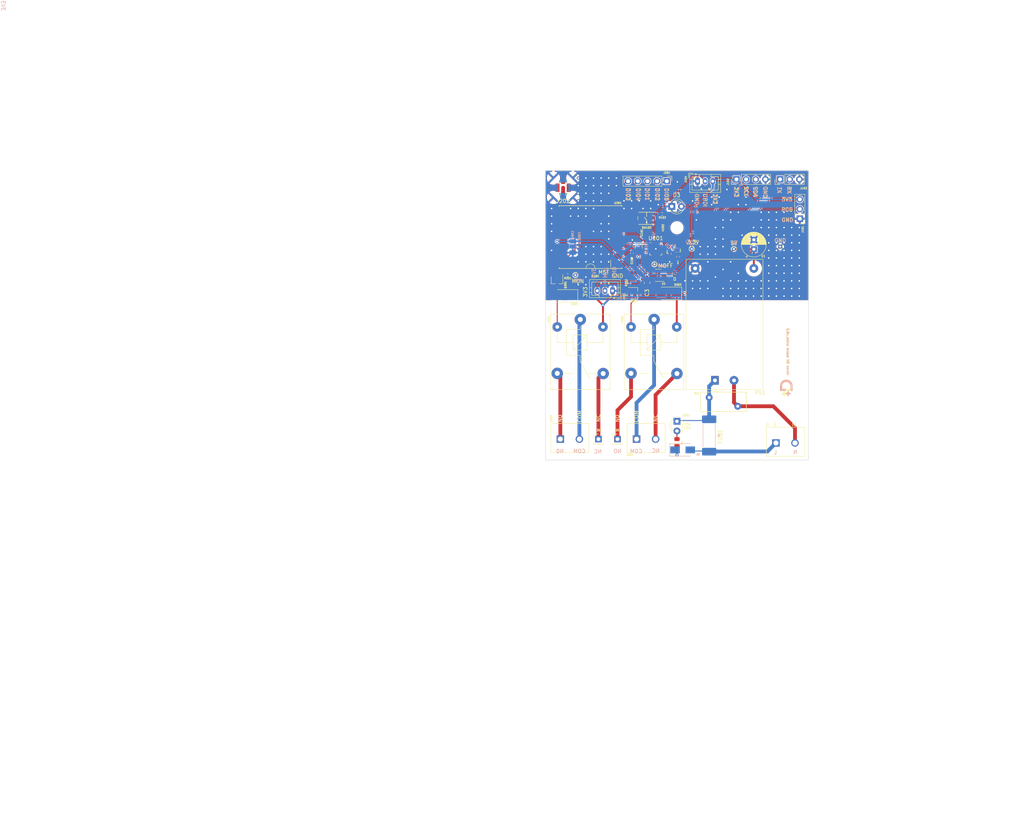
<source format=kicad_pcb>
(kicad_pcb (version 20211014) (generator pcbnew)
  (title_block (title "Varun RX board") (date "2022-08-10") (rev "V0.2") (company "DYULABS PROVATE LIMITED") (comment 1 "SMA connector") (comment 2 "v0.2") (comment 3 "prototype") (comment 4 "Devesh"))
  (layers (0 "F.Cu" signal) (31 "B.Cu" signal) (34 "B.Paste" user) (35 "F.Paste" user) (36 "B.SilkS" user "B.Silkscreen") (37 "F.SilkS" user "F.Silkscreen") (38 "B.Mask" user) (39 "F.Mask" user) (44 "Edge.Cuts" user))
  (net 0 "")
  (net 1 "+5V")
  (net 2 "GND")
  (net 3 "Net-(D101-Pad1)")
  (net 4 "Net-(D101-Pad2)")
  (net 5 "Net-(D101-Pad3)")
  (net 6 "/MCU_ATTINY826/SCL")
  (net 7 "/MCU_ATTINY826/SDA")
  (net 8 "/MCU_ATTINY826/TXD")
  (net 9 "Net-(D1-Pad1)")
  (net 10 "/MCU_ATTINY826/UPDI")
  (net 11 "/lora_nr_127x_c1/DIO5")
  (net 12 "/lora_nr_127x_c1/DIO4")
  (net 13 "/lora_nr_127x_c1/DIO3")
  (net 14 "/lora_nr_127x_c1/DIO2")
  (net 15 "/lora_nr_127x_c1/DIO1")
  (net 16 "/MCU_ATTINY826/M_OFF")
  (net 17 "Net-(D2-Pad1)")
  (net 18 "/MCU_ATTINY826/M_ON")
  (net 19 "Net-(D3-Pad2)")
  (net 20 "+3V3")
  (net 21 "/MCU_ATTINY826/MISO")
  (net 22 "/MCU_ATTINY826/SCK")
  (net 23 "/MCU_ATTINY826/~{SS}")
  (net 24 "/MCU_ATTINY826/LORA_NRESET")
  (net 25 "/MCU_ATTINY826/LORA_DIO0")
  (net 26 "/MCU_ATTINY826/MOSI")
  (net 27 "/lora_nr_127x_c1/ANT")
  (net 28 "/AC to DC 5V/TO_FUSE")
  (net 29 "Net-(J1-Pad2)")
  (net 30 "/MCU_ATTINY826/FR")
  (net 31 "/Relays/STOP_NO")
  (net 32 "/Relays/START_NC")
  (net 33 "/Relays/START_COM")
  (net 34 "Net-(D301-Pad2)")
  (net 35 "/Relays/START_NO")
  (net 36 "/Relays/STOP_COM")
  (net 37 "Net-(D302-Pad2)")
  (net 38 "/Relays/STOP_NC")
  (net 39 "Net-(Q301-Pad1)")
  (net 40 "Net-(Q302-Pad1)")
  (net 42 "/MCU_ATTINY826/M_ST")
  (net 43 "/MCU_ATTINY826/RED")
  (net 44 "Net-(D2-Pad2)")
  (net 45 "/MCU_ATTINY826/GREEN")
  (net 46 "/MCU_ATTINY826/PC0")
  (net 47 "/MCU_ATTINY826/BLUE")
  (footprint "DYULIBS_FOOTPRINT:LED_Cree_RGB_1.00x1.00mm_P0.2mm" (layer "F.Cu") (at 176.2975 64.681145)
    (fp_text reference "D101")
    (fp_text value "LED_BGRA")
  )
  (footprint "Relay_THT:Relay_SPDT_SANYOU_SRD_Series_Form_C" (layer "F.Cu") (at 170.79 82.378645 -90)
    (fp_text reference "K302")
    (fp_text value "AZ943-1CH-5DE" hide)
  )
  (footprint "Resistor_SMD:R_0402_1005Metric" (layer "F.Cu") (at 148.14 70.738645)
    (fp_text reference "R301")
    (fp_text value "2.74K")
  )
  (footprint "Connector_PinHeader_2.54mm:PinHeader_1x01_P2.54mm_Vertical" (layer "F.Cu") (at 161.19 113.791145)
    (fp_text reference "J301")
    (fp_text value "Screw_Terminal_01x01" hide)
  )
  (footprint "DYULIBS_FOOTPRINT:NiceRF-LoRa127X-C1-xxx" (layer "F.Cu") (at 154.11 60.748645 180)
    (fp_text reference "U201")
    (fp_text value "NiceRF-LoRa127x-C1-xxx")
  )
  (footprint "DYULIBS_FOOTPRINT:CUI_TB002-500-02BE" (layer "F.Cu") (at 146.19 113.791145)
    (fp_text reference "J303")
    (fp_text value "Screw_Terminal_01x02" hide)
  )
  (footprint "DYULIBS_LOGO:D_logo" (layer "F.Cu") (at 205.465 100.463645 90)
    (fp_text reference "LOGO1" hide)
    (fp_text value "Dyulabs_logo" hide)
  )
  (footprint "MountingHole:MountingHole_3mm" (layer "F.Cu") (at 176.8 104.288645)
    (fp_text reference "H201")
    (fp_text value "MountingHole" hide)
  )
  (footprint "TestPoint:TestPoint_THTPad_D1.0mm_Drill0.5mm" (layer "F.Cu") (at 180.665 63.85)
    (fp_text reference "TP3")
    (fp_text value "3.3V")
  )
  (footprint "DYULIBS_FOOTPRINT:CUI_TB002-500-02BE" (layer "F.Cu") (at 166.19 113.791145)
    (fp_text reference "J302")
    (fp_text value "Screw_Terminal_01x02" hide)
  )
  (footprint "Package_DFN_QFN:VQFN-20-1EP_3x3mm_P0.4mm_EP1.7x1.7mm" (layer "F.Cu") (at 171.24 63.838645)
    (fp_text reference "U101")
    (fp_text value "ATtiny826-M")
  )
  (footprint "Resistor_SMD:R_0402_1005Metric" (layer "F.Cu") (at 174.89 65.138645 -90)
    (fp_text reference "R105")
    (fp_text value "220")
  )
  (footprint "Resistor_SMD:R_0402_1005Metric" (layer "F.Cu") (at 164.29 72.728645 90)
    (fp_text reference "R302")
    (fp_text value "2.74K")
  )
  (footprint "Diode_SMD:D_SMA" (layer "F.Cu") (at 174.64 75.538645 180)
    (fp_text reference "D302")
    (fp_text value "S1M-HF")
  )
  (footprint "Package_TO_SOT_SMD:TSOT-23" (layer "F.Cu") (at 145.34 72.048645 -90)
    (fp_text reference "Q301")
    (fp_text value "Q_NPN_BEC")
  )
  (footprint "Connector_PinHeader_2.54mm:PinHeader_1x04_P2.54mm_Vertical" (layer "F.Cu") (at 192.39 45.588645 90)
    (fp_text reference "J102")
    (fp_text value "Conn_01x04" hide)
  )
  (footprint "Capacitor_SMD:C_0805_2012Metric" (layer "F.Cu") (at 168.94 72.738645 -90)
    (fp_text reference "C3")
    (fp_text value "1uF, 10V")
  )
  (footprint "TestPoint:TestPoint_THTPad_D1.0mm_Drill0.5mm" (layer "F.Cu") (at 170.88 67.9)
    (fp_text reference "TP302")
    (fp_text value "M_OFF")
  )
  (footprint "Package_SO:TSOP-5_1.65x3.05mm_P0.95mm" (layer "F.Cu") (at 171.89 70.788645 180)
    (fp_text reference "U1")
    (fp_text value "NCP115ASN330T2G")
  )
  (footprint "TestPoint:TestPoint_THTPad_D1.0mm_Drill0.5mm" (layer "F.Cu") (at 191.74 63.891145)
    (fp_text reference "TP1")
    (fp_text value "5V")
  )
  (footprint "TestPoint:TestPoint_THTPad_D1.0mm_Drill0.5mm" (layer "F.Cu") (at 203.89 63.238645)
    (fp_text reference "TP2")
    (fp_text value "GND")
  )
  (footprint "Connector_PinHeader_2.54mm:PinHeader_1x05_P2.54mm_Vertical" (layer "F.Cu") (at 174.125 46.061145 -90)
    (fp_text reference "J201")
    (fp_text value "Conn_01x05")
  )
  (footprint "DYULIBS_FOOTPRINT:RKB2SJM250SMTR_LFS_SWITCH" (layer "F.Cu") (at 168.84 55.818645 180)
    (fp_text reference "SW102")
    (fp_text value "SW_MEC_5E")
  )
  (footprint "Connector_Coaxial:U.FL_Molex_MCRF_73412-0110_Vertical" (layer "F.Cu") (at 146.92 47.788645)
    (fp_text reference "J202")
    (fp_text value "Conn_Coaxial")
  )
  (footprint "Relay_THT:Relay_SPDT_SANYOU_SRD_Series_Form_C" (layer "F.Cu") (at 151.43 82.378645 -90)
    (fp_text reference "K301")
    (fp_text value "AZ943-1CH-5DE" hide)
  )
  (footprint "Converter_ACDC:Converter_ACDC_HiLink_HLK-PMxx" (layer "F.Cu") (at 186.76 98.368645 90)
    (fp_text reference "PS1")
    (fp_text value "HLK-PM01" hide)
  )
  (footprint "Package_TO_SOT_SMD:TSOT-23" (layer "F.Cu") (at 165.54 75.488645)
    (fp_text reference "Q302")
    (fp_text value "Q_NPN_BEC")
  )
  (footprint "LED_THT:LED_D3.0mm" (layer "F.Cu") (at 176.79 109.113645 -90)
    (fp_text reference "D2")
    (fp_text value "AC_LED")
  )
  (footprint "Capacitor_SMD:C_0402_1005Metric" (layer "F.Cu") (at 164.99 64.988645 -90)
    (fp_text reference "C102")
    (fp_text value "0.1uF, 10V")
  )
  (footprint "Capacitor_THT:CP_Radial_D6.3mm_P2.50mm" (layer "F.Cu") (at 196.96 63.941145 90)
    (fp_text reference "C1")
    (fp_text value "220uF")
  )
  (footprint "Diode_SMD:D_SMA" (layer "F.Cu") (at 147.38 76.188645 180)
    (fp_text reference "D301")
    (fp_text value "S1M-HF")
  )
  (footprint "Connector_PinHeader_2.54mm:PinHeader_1x03_P2.54mm_Vertical" (layer "F.Cu") (at 203.84 45.588645 90)
    (fp_text reference "J103")
    (fp_text value "Conn_01x03")
  )
  (footprint "Connector_JST:JST_PH_B3B-PH-K_1x03_P2.00mm_Vertical" (layer "F.Cu") (at 182.19 46.088645)
    (fp_text reference "J104")
    (fp_text value "Conn_01x03")
  )
  (footprint "Capacitor_SMD:C_0805_2012Metric" (layer "F.Cu") (at 174.79 70.788645 -90)
    (fp_text reference "C2")
    (fp_text value "1uF, 10V")
  )
  (footprint "MountingHole:MountingHole_3mm" (layer "F.Cu") (at 176.8 58.288645)
    (fp_text reference "H202")
    (fp_text value "MountingHole" hide)
  )
  (footprint "Resistor_SMD:R_0402_1005Metric" (layer "F.Cu") (at 172.94 54.738645)
    (fp_text reference "R102")
    (fp_text value "10K" hide)
  )
  (footprint "Connector_JST:JST_PH_B3B-PH-K_1x03_P2.00mm_Vertical" (layer "F.Cu") (at 159.89 74.838645 180)
    (fp_text reference "J401")
    (fp_text value "Conn_01x03")
  )
  (footprint "TestPoint:TestPoint_THTPad_D1.0mm_Drill0.5mm" (layer "F.Cu") (at 150.15 70.73)
    (fp_text reference "TP301")
    (fp_text value "M_ON")
  )
  (footprint "Resistor_SMD:R_0402_1005Metric" (layer "F.Cu") (at 177.09 65.888645 90)
    (fp_text reference "R106")
    (fp_text value "220")
  )
  (footprint "Resistor_SMD:R_0805_2012Metric" (layer "F.Cu") (at 176.8 114.698645 -90)
    (fp_text reference "R1")
    (fp_text value "100K")
  )
  (footprint "LED_THT:LED_D3.0mm" (layer "F.Cu") (at 175.43 52.698645)
    (fp_text reference "D3")
    (fp_text value "POWER_LED")
  )
  (footprint "Varistor:RV_Disc_D12mm_W5.1mm_P7.5mm" (layer "F.Cu") (at 185.24 102.863645)
    (fp_text reference "RV1")
    (fp_text value "10D561" hide)
  )
  (footprint "Connector_PinHeader_2.54mm:PinHeader_1x01_P2.54mm_Vertical" (layer "F.Cu") (at 156.19 113.791145)
    (fp_text reference "J304")
    (fp_text value "Screw_Terminal_01x01" hide)
  )
  (footprint "Connector_PinHeader_2.54mm:PinHeader_1x03_P2.54mm_Vertical" (layer "F.Cu") (at 209.04 55.928645 180)
    (fp_text reference "J101")
    (fp_text value "Conn_01x03")
  )
  (footprint "DYULIBS_FOOTPRINT:CUI_TB002-500-02BE" (layer "F.Cu") (at 202.765 114.801145)
    (fp_text reference "J1")
    (fp_text value "Screw_Terminal_01x02" hide)
  )
  (footprint "Capacitor_SMD:C_0402_1005Metric" (layer "F.Cu") (at 157.44 70.938645 180)
    (fp_text reference "C401")
    (fp_text value "0.1uF, 10V")
  )
  (footprint "Capacitor_SMD:C_1206_3216Metric" (layer "F.Cu") (at 166.74 63.038645 90)
    (fp_text reference "C101")
    (fp_text value "10uF, 10V")
  )
  (footprint "DYULIBS_LOGO:D_logo" (layer "B.Cu") (at 205.49 100.438645 90)
    (fp_text reference "LOGO2" hide)
    (fp_text value "Dyulabs_logo" hide)
  )
  (footprint "Diode_SMD:D_SMA" (layer "B.Cu") (at 178.29 116.618645)
    (fp_text reference "D1")
    (fp_text value "AS1M-HF")
  )
  (footprint "Resistor_SMD:R_0402_1005Metric" (layer "B.Cu") (at 180.16 52.708645 180)
    (fp_text reference "R2")
    (fp_text value "220")
  )
  (footprint "Capacitor_SMD:C_0402_1005Metric" (layer "B.Cu") (at 151.19 62.338645 -90)
    (fp_text reference "C202")
    (fp_text value "0.1uF, 10V")
  )
  (footprint "Fuse:Fuse_Schurter_UMT250" (layer "B.Cu") (at 185.24 112.838645 90)
    (fp_text reference "F1")
    (fp_text value "Fuse_0.5A ")
  )
  (footprint "Capacitor_SMD:C_1206_3216Metric" (layer "B.Cu") (at 149.44 63.338645 -90)
    (fp_text reference "C201")
    (fp_text value "10uF, 10V")
  )
  (footprint "Resistor_SMD:R_0402_1005Metric" (layer "B.Cu") (at 175.15 63.24)
    (fp_text reference "R104")
    (fp_text value "220")
  )
  (gr_line (start 211.3 119.288645) (end 142.3 119.288645) (layer "Edge.Cuts") (width 0.1))
  (gr_line (start 211.3 119.288645) (end 211.3 43.288645) (layer "Edge.Cuts") (width 0.1))
  (gr_line (start 142.3 43.288645) (end 211.3 43.288645) (layer "Edge.Cuts") (width 0.1))
  (gr_line (start 142.3 43.288645) (end 142.3 119.288645) (layer "Edge.Cuts") (width 0.1))
  (gr_text "DI05" (at 174.07 49.568645 90) (layer "B.SilkS") (effects (font (size 1 1)) (justify mirror)))
  (gr_text "GND" (at 182.09 50.838645 90) (layer "B.SilkS") (effects (font (size 1 1)) (justify mirror)))
  (gr_text "3V3" (at 205.59 50.838645) (layer "B.SilkS") (effects (font (size 1 1)) (justify mirror)))
  (gr_text "NC" (at 171.25 116.85) (layer "B.SilkS") (effects (font (size 1 1)) (justify mirror)))
  (gr_text "3V3" (at 192.39 48.938645 90) (layer "B.SilkS") (effects (font (size 1 1)) (justify mirror)))
  (gr_text "NC" (at 156.02 117.05) (layer "B.SilkS") (effects (font (size 1 1)) (justify mirror)))
  (gr_text "Varun RX board proto_v0.2" (at 205.89 90.788645 270) (layer "B.SilkS") (effects (font (size 0.6 0.6) (thickness 0.125)) (justify mirror)))
  (gr_text "DI03" (at 163.95 49.508645 90) (layer "B.SilkS") (effects (font (size 1 1)) (justify mirror)))
  (gr_text "NO" (at 161.19 116.95) (layer "B.SilkS") (effects (font (size 1 1)) (justify mirror)))
  (gr_text "MST" (at 157.89 70.05 270) (layer "B.SilkS") (effects (font (size 1 1)) (justify mirror)))
  (gr_text "GND" (at 205.79 56.238645) (layer "B.SilkS") (effects (font (size 1 1)) (justify mirror)))
  (gr_text "L" (at 202.615 117.263645) (layer "B.SilkS") (effects (font (size 1 1)) (justify mirror)))
  (gr_text "UPDI\n" (at 184.29 51.05 90) (layer "B.SilkS") (effects (font (size 1 1)) (justify mirror)))
  (gr_text "TX" (at 203.69 48.35 90) (layer "B.SilkS") (effects (font (size 1 1)) (justify mirror)))
  (gr_text "3V3" (at 186.79 50.75 90) (layer "B.SilkS") (effects (font (size 1 1)) (justify mirror)))
  (gr_text "N0" (at 146.09 116.95) (layer "B.SilkS") (effects (font (size 1 1)) (justify mirror)))
  (gr_text "SCL" (at 194.99 48.938645 90) (layer "B.SilkS") (effects (font (size 1 1)) (justify mirror)))
  (gr_text "RX" (at 206.29 48.338645 90) (layer "B.SilkS") (effects (font (size 1 1)) (justify mirror)))
  (gr_text "N" (at 207.815 117.188645) (layer "B.SilkS") (effects (font (size 1 1)) (justify mirror)))
  (gr_text "GND" (at 199.99 48.95 90) (layer "B.SilkS") (effects (font (size 1 1)) (justify mirror)))
  (gr_text "DI01" (at 168.96 49.488645 90) (layer "B.SilkS") (effects (font (size 1 1)) (justify mirror)))
  (gr_text "SDA" (at 197.39 48.938645 90) (layer "B.SilkS") (effects (font (size 1 1)) (justify mirror)))
  (gr_text "DI04" (at 166.61 49.578645 90) (layer "B.SilkS") (effects (font (size 1 1)) (justify mirror)))
  (gr_text "GND" (at 160.29 70.05 270) (layer "B.SilkS") (effects (font (size 1 1)) (justify mirror)))
  (gr_text "PC0" (at 205.69 53.538645) (layer "B.SilkS") (effects (font (size 1 1)) (justify mirror)))
  (gr_text "DI02" (at 171.61 49.538645 90) (layer "B.SilkS") (effects (font (size 1 1)) (justify mirror)))
  (gr_text "COM" (at 166.09 116.95) (layer "B.SilkS") (effects (font (size 1 1)) (justify mirror)))
  (gr_text "COM" (at 151.19 116.95) (layer "B.SilkS") (effects (font (size 1 1)) (justify mirror)))
  (gr_text "3V3" (at 154.99 70.15 90) (layer "B.SilkS") (effects (font (size 1 1)) (justify mirror)))
  (gr_text "3V3" (at 0 0 -90) (layer "B.SilkS") (effects (font (size 1 1)) (justify mirror)))
  (gr_text "GND" (at 181.99 50.85 270) (layer "F.SilkS") (effects (font (size 1 1))))
  (gr_text "RX" (at 206.29 48.438645 270) (layer "F.SilkS") (effects (font (size 1 1))))
  (gr_text "N0" (at 161.19 108.35 90) (layer "F.SilkS") (effects (font (size 1 1))))
  (gr_text "GND" (at 199.99 48.938645 270) (layer "F.SilkS") (effects (font (size 1 1))))
  (gr_text "PC0" (at 205.69 53.538645) (layer "F.SilkS") (effects (font (size 1 1))))
  (gr_text "DI04" (at 166.69 49.55 270) (layer "F.SilkS") (effects (font (size 1 1))))
  (gr_text "3V3" (at 205.69 50.838645) (layer "F.SilkS") (effects (font (size 1 1))))
  (gr_text "COM" (at 151.29 107.85 90) (layer "F.SilkS") (effects (font (size 1 1))))
  (gr_text "TX" (at 203.69 48.438645 270) (layer "F.SilkS") (effects (font (size 1 1))))
  (gr_text "DI01" (at 169.04 49.498645 270) (layer "F.SilkS") (effects (font (size 1 1))))
  (gr_text "NC" (at 156.19 108.25 90) (layer "F.SilkS") (effects (font (size 1 1))))
  (gr_text "FUSE" (at 188.19 113.15 90) (layer "F.SilkS") (effects (font (size 1 1))))
  (gr_text "L" (at 202.59 109.85) (layer "F.SilkS") (effects (font (size 1 1))))
  (gr_text "MOFF" (at 173.82 68.28) (layer "F.SilkS") (effects (font (size 1 1))))
  (gr_text "SCL" (at 194.99 48.75 270) (layer "F.SilkS") (effects (font (size 1 1))))
  (gr_text "MST" (at 157.59 69.938645) (layer "F.SilkS") (effects (font (size 1 1))))
  (gr_text "UPDI\n" (at 184.19 51.05 -90) (layer "F.SilkS") (effects (font (size 1 1))))
  (gr_text "DI02" (at 171.71 49.528645 270) (layer "F.SilkS") (effects (font (size 1 1))))
  (gr_text "N0" (at 146.19 108.35 90) (layer "F.SilkS") (effects (font (size 1 1))))
  (gr_text "MON" (at 150.78 72.34) (layer "F.SilkS") (effects (font (size 1 1))))
  (gr_text "Varun RX board proto_v0.2" (at 205.815 90.963645 90) (layer "F.SilkS") (effects (font (size 0.6 0.6) (thickness 0.1))))
  (gr_text "3V3" (at 192.49 48.838645 270) (layer "F.SilkS") (effects (font (size 1 1))))
  (gr_text "COM" (at 166.19 107.85 90) (layer "F.SilkS") (effects (font (size 1 1))))
  (gr_text "NC" (at 171.19 108.25 90) (layer "F.SilkS") (effects (font (size 1 1))))
  (gr_text "GND" (at 205.79 56.238645) (layer "F.SilkS") (effects (font (size 1 1))))
  (gr_text "3V3" (at 152.74 75.138645 90) (layer "F.SilkS") (effects (font (size 1 1))))
  (gr_text "GND" (at 161.14 70.938645) (layer "F.SilkS") (effects (font (size 1 1))))
  (gr_text "3V3" (at 186.89 50.75 270) (layer "F.SilkS") (effects (font (size 1 1))))
  (gr_text "N" (at 207.49 109.95) (layer "F.SilkS") (effects (font (size 1 1))))
  (gr_text "DI05" (at 174.09 49.55 270) (layer "F.SilkS") (effects (font (size 1 1))))
  (gr_text "SDA" (at 197.39 48.838645 270) (layer "F.SilkS") (effects (font (size 1 1))))
  (gr_text "DI03" (at 164.07 49.518645 270) (layer "F.SilkS") (effects (font (size 1 1))))
  (segment (start 176.64 75.538645) (end 178.79 75.538645) (width 0.5) (layer "F.Cu") (net 1))
  (segment (start 172.495 69.838645) (end 171.99 70.343645) (width 0.5) (layer "F.Cu") (net 1))
  (segment (start 178.79 75.538645) (end 185.34 75.538645) (width 0.5) (layer "F.Cu") (net 1))
  (segment (start 172.69 71.738645) (end 173.05 71.738645) (width 0.5) (layer "F.Cu") (net 1))
  (segment (start 151.34 76.188645) (end 154.94 76.188645) (width 0.5) (layer "F.Cu") (net 1))
  (segment (start 191.74 63.891145) (end 184.7625 70.868645) (width 0.5) (layer "F.Cu") (net 1))
  (segment (start 185.34 75.538645) (end 196.9375 63.941145) (width 0.5) (layer "F.Cu") (net 1))
  (segment (start 196.96 68.968645) (end 196.96 63.941145) (width 0.5) (layer "F.Cu") (net 1))
  (segment (start 196.96 63.941145) (end 191.79 63.941145) (width 0.5) (layer "F.Cu") (net 1))
  (segment (start 196.9375 63.941145) (end 196.96 63.941145) (width 0.5) (layer "F.Cu") (net 1))
  (segment (start 191.79 63.941145) (end 191.74 63.891145) (width 0.5) (layer "F.Cu") (net 1))
  (segment (start 154.94 76.188645) (end 157.38 78.628645) (width 0.5) (layer "F.Cu") (net 1))
  (segment (start 174.79 69.838645) (end 173.05 69.838645) (width 0.5) (layer "F.Cu") (net 1))
  (segment (start 176.74 84.328645) (end 176.74 75.638645) (width 0.5) (layer "F.Cu") (net 1))
  (segment (start 184.7625 70.868645) (end 177.07 70.868645) (width 0.5) (layer "F.Cu") (net 1))
  (segment (start 151.34 76.188645) (end 149.38 76.188645) (width 0.5) (layer "F.Cu") (net 1))
  (segment (start 176.04 69.838645) (end 174.79 69.838645) (width 0.5) (layer "F.Cu") (net 1))
  (segment (start 171.99 70.343645) (end 171.99 71.038645) (width 0.5) (layer "F.Cu") (net 1))
  (segment (start 173.05 69.838645) (end 172.495 69.838645) (width 0.5) (layer "F.Cu") (net 1))
  (segment (start 177.07 70.868645) (end 176.04 69.838645) (width 0.5) (layer "F.Cu") (net 1))
  (segment (start 176.74 75.638645) (end 176.64 75.538645) (width 0.5) (layer "F.Cu") (net 1))
  (segment (start 171.99 71.038645) (end 172.69 71.738645) (width 0.5) (layer "F.Cu") (net 1))
  (segment (start 157.38 78.628645) (end 157.38 84.328645) (width 0.5) (layer "F.Cu") (net 1))
  (via (at 178.79 75.538645) (size 0.8) (drill 0.4) (layers "F.Cu" "B.Cu") (net 1))
  (via (at 157.38 78.628645) (size 0.8) (drill 0.4) (layers "F.Cu" "B.Cu") (net 1))
  (segment (start 159.67 76.338645) (end 157.38 78.628645) (width 0.5) (layer "B.Cu") (net 1))
  (segment (start 177.99 76.338645) (end 159.67 76.338645) (width 0.5) (layer "B.Cu") (net 1))
  (segment (start 178.79 75.538645) (end 177.99 76.338645) (width 0.5) (layer "B.Cu") (net 1))
  (segment (start 174.54 71.738645) (end 174.79 71.738645) (width 0.5) (layer "F.Cu") (net 2))
  (segment (start 173.59 70.788645) (end 174.54 71.738645) (width 0.5) (layer "F.Cu") (net 2))
  (segment (start 171.09 56.893645) (end 168.845 56.893645) (width 0.5) (layer "F.Cu") (net 2))
  (segment (start 169.79 63.838645) (end 171.24 63.838645) (width 0.2) (layer "F.Cu") (net 2))
  (segment (start 164.99 65.468645) (end 164.99 66.388645) (width 0.5) (layer "F.Cu") (net 2))
  (segment (start 166.59 56.893645) (end 168.835 56.893645) (width 0.5) (layer "F.Cu") (net 2))
  (segment (start 166.74 61.563645) (end 165.165 61.563645) (width 0.5) (layer "F.Cu") (net 2))
  (segment (start 165.165 61.563645) (end 165.09 61.488645) (width 0.5) (layer "F.Cu") (net 2))
  (segment (start 173.05 70.788645) (end 173.59 70.788645) (width 0.5) (layer "F.Cu") (net 2))
  (segment (start 168.835 56.893645) (end 168.84 56.888645) (width 0.5) (layer "F.Cu") (net 2))
  (segment (start 168.845 56.893645) (end 168.84 56.888645) (width 0.5) (layer "F.Cu") (net 2))
  (via (at 143.89 53.238645) (size 0.8) (drill 0.4) (layers "F.Cu" "B.Cu") (net 2))
  (via (at 184.89 67.238645) (size 0.8) (drill 0.4) (layers "F.Cu" "B.Cu") (net 2))
  (via (at 208.89 76.238645) (size 0.8) (drill 0.4) (layers "F.Cu" "B.Cu") (net 2))
  (via (at 143.89 59.238645) (size 0.8) (drill 0.4) (layers "F.Cu" "B.Cu") (net 2))
  (via (at 206.89 66.238645) (size 0.8) (drill 0.4) (layers "F.Cu" "B.Cu") (net 2))
  (via (at 180.89 51.238645) (size 0.8) (drill 0.4) (layers "F.Cu" "B.Cu") (net 2))
  (via (at 164.89 51.238645) (size 0.8) (drill 0.4) (layers "F.Cu" "B.Cu") (net 2))
  (via (at 182.89 72.238645) (size 0.8) (drill 0.4) (layers "F.Cu" "B.Cu") (net 2))
  (via (at 156.89 63.238645) (size 0.8) (drill 0.4) (layers "F.Cu" "B.Cu") (net 2))
  (via (at 194.89 52.238645) (size 0.8) (drill 0.4) (layers "F.Cu" "B.Cu") (net 2))
  (via (at 158.89 61.238645) (size 0.8) (drill 0.4) (layers "F.Cu" "B.Cu") (net 2))
  (via (at 190.89 76.238645) (size 0.8) (drill 0.4) (layers "F.Cu" "B.Cu") (net 2))
  (via (at 200.89 62.238645) (size 0.8) (drill 0.4) (layers "F.Cu" "B.Cu") (net 2))
  (via (at 206.89 62.238645) (size 0.8) (drill 0.4) (layers "F.Cu" "B.Cu") (net 2))
  (via (at 156.89 45.238645) (size 0.8) (drill 0.4) (layers "F.Cu" "B.Cu") (net 2))
  (via (at 160.89 45.238645) (size 0.8) (drill 0.4) (layers "F.Cu" "B.Cu") (net 2))
  (via (at 148.89 53.238645) (size 0.8) (drill 0.4) (layers "F.Cu" "B.Cu") (net 2))
  (via (at 208.89 72.238645) (size 0.8) (drill 0.4) (layers "F.Cu" "B.Cu") (net 2))
  (via (at 185.89 52.238645) (size 0.8) (drill 0.4) (layers "F.Cu" "B.Cu") (net 2))
  (via (at 190.89 56.238645) (size 0.8) (drill 0.4) (layers "F.Cu" "B.Cu") (net 2))
  (via (at 154.89 59.238645) (size 0.8) (drill 0.4) (layers "F.Cu" "B.Cu") (net 2))
  (via (at 171.24 63.838645) (size 0.8) (drill 0.4) (layers "F.Cu" "B.Cu") (net 2))
  (via (at 188.89 61.238645) (size 0.8) (drill 0.4) (layers "F.Cu" "B.Cu") (net 2))
  (via (at 206.89 70.238645) (size 0.8) (drill 0.4) (layers "F.Cu" "B.Cu") (net 2))
  (via (at 152.89 51.238645) (size 0.8) (drill 0.4) (layers "F.Cu" "B.Cu") (net 2))
  (via (at 174.89 67.238645) (size 0.8) (drill 0.4) (layers "F.Cu" "B.Cu") (net 2))
  (via (at 206.89 76.238645) (size 0.8) (drill 0.4) (layers "F.Cu" "B.Cu") (net 2))
  (via (at 162.89 53.238645) (size 0.8) (drill 0.4) (layers "F.Cu" "B.Cu") (net 2))
  (via (at 204.89 58.238645) (size 0.8) (drill 0.4) (layers "F.Cu" "B.Cu") (net 2))
  (via (at 204.89 54.238645) (size 0.8) (drill 0.4) (layers "F.Cu" "B.Cu") (net 2))
  (via (at 192.89 76.238645) (size 0.8) (drill 0.4) (layers "F.Cu" "B.Cu") (net 2))
  (via (at 198.89 58.238645) (size 0.8) (drill 0.4) (layers "F.Cu" "B.Cu") (net 2))
  (via (at 202.89 56.238645) (size 0.8) (drill 0.4) (layers "F.Cu" "B.Cu") (net 2))
  (via (at 200.89 54.238645) (size 0.8) (drill 0.4) (layers "F.Cu" "B.Cu") (net 2))
  (via (at 156.89 59.238645) (size 0.8) (drill 0.4) (layers "F.Cu" "B.Cu") (net 2))
  (via (at 154.89 67.238645) (size 0.8) (drill 0.4) (layers "F.Cu" "B.Cu") (net 2))
  (via (at 154.89 65.238645) (size 0.8) (drill 0.4) (layers "F.Cu" "B.Cu") (net 2))
  (via (at 160.89 47.238645) (size 0.8) (drill 0.4) (layers "F.Cu" "B.Cu") (net 2))
  (via (at 186.89 71.238645) (size 0.8) (drill 0.4) (layers "F.Cu" "B.Cu") (net 2))
  (via (at 187.89 50.238645) (size 0.8) (drill 0.4) (layers "F.Cu" "B.Cu") (net 2))
  (via (at 158.89 67.238645) (size 0.8) (drill 0.4) (layers "F.Cu" "B.Cu") (net 2))
  (via (at 158.89 65.238645) (size 0.8) (drill 0.4) (layers "F.Cu" "B.Cu") (net 2))
  (via (at 196.89 58.238645) (size 0.8) (drill 0.4) (layers "F.Cu" "B.Cu") (net 2))
  (via (at 202.89 54.238645) (size 0.8) (drill 0.4) (layers "F.Cu" "B.Cu") (net 2))
  (via (at 150.89 49.238645) (size 0.8) (drill 0.4) (layers "F.Cu" "B.Cu") (net 2))
  (via (at 150.89 53.238645) (size 0.8) (drill 0.4) (layers "F.Cu" "B.Cu") (net 2))
  (via (at 202.89 64.238645) (size 0.8) (drill 0.4) (layers "F.Cu" "B.Cu") (net 2))
  (via (at 143.89 64.238645) (size 0.8) (drill 0.4) (layers "F.Cu" "B.Cu") (net 2))
  (via (at 198.89 72.238645) (size 0.8) (drill 0.4) (layers "F.Cu" "B.Cu") (net 2))
  (via (at 192.89 72.238645) (size 0.8) (drill 0.4) (layers "F.Cu" "B.Cu") (net 2))
  (via (at 150.89 73.238645) (size 0.8) (drill 0.4) (layers "F.Cu" "B.Cu") (net 2))
  (via (at 152.89 47.238645) (size 0.8) (drill 0.4) (layers "F.Cu" "B.Cu") (net 2))
  (via (at 200.89 68.238645) (size 0.8) (drill 0.4) (layers "F.Cu" "B.Cu") (net 2))
  (via (at 154.89 49.238645) (size 0.8) (drill 0.4) (layers "F.Cu" "B.Cu") (net 2))
  (via (at 184.89 63.238645) (size 0.8) (drill 0.4) (layers "F.Cu" "B.Cu") (net 2))
  (via (at 150.89 51.238645) (size 0.8) (drill 0.4) (layers "F.Cu" "B.Cu") (net 2))
  (via (at 202.89 76.238645) (size 0.8) (drill 0.4) (layers "F.Cu" "B.Cu") (net 2))
  (via (at 190.89 67.238645) (size 0.8) (drill 0.4) (layers "F.Cu" "B.Cu") (net 2))
  (via (at 184.89 74.238645) (size 0.8) (drill 0.4) (layers "F.Cu" "B.Cu") (net 2))
  (via (at 200.89 74.238645) (size 0.8) (drill 0.4) (layers "F.Cu" "B.Cu") (net 2))
  (via (at 154.89 47.238645) (size 0.8) (drill 0.4) (layers "F.Cu" "B.Cu") (net 2))
  (via (at 152.89 67.238645) (size 0.8) (drill 0.4) (layers "F.Cu" "B.Cu") (net 2))
  (via (at 182.89 74.238645) (size 0.8) (drill 0.4) (layers "F.Cu" "B.Cu") (net 2))
  (via (at 152.89 71.238645) (size 0.8) (drill 0.4) (layers "F.Cu" "B.Cu") (net 2))
  (via (at 156.89 57.238645) (size 0.8) (drill 0.4) (layers "F.Cu" "B.Cu") (net 2))
  (via (at 188.89 56.238645) (size 0.8) (drill 0.4) (layers "F.Cu" "B.Cu") (net 2))
  (via (at 198.89 76.238645) (size 0.8) (drill 0.4) (layers "F.Cu" "B.Cu") (net 2))
  (via (at 150.89 67.238645) (size 0.8) (drill 0.4) (layers "F.Cu" "B.Cu") (net 2))
  (via (at 206.89 68.238645) (size 0.8) (drill 0.4) (layers "F.Cu" "B.Cu") (net 2))
  (via (at 167.89 53.238645) (size 0.8) (drill 0.4) (layers "F.Cu" "B.Cu") (net 2))
  (via (at 152.89 49.238645) (size 0.8) (drill 0.4) (layers "F.Cu" "B.Cu") (net 2))
  (via (at 156.89 67.238645) (size 0.8) (drill 0.4) (layers "F.Cu" "B.Cu") (net 2))
  (via (at 204.89 60.238645) (size 0.8) (drill 0.4) (layers "F.Cu" "B.Cu") (net 2))
  (via (at 188.89 69.238645) (size 0.8) (drill 0.4) (layers "F.Cu" "B.Cu") (net 2))
  (via (at 190.89 74.238645) (size 0.8) (drill 0.4) (layers "F.Cu" "B.Cu") (net 2))
  (via (at 204.89 70.238645) (size 0.8) (drill 0.4) (layers "F.Cu" "B.Cu") (net 2))
  (via (at 204.89 74.238645) (size 0.8) (drill 0.4) (layers "F.Cu" "B.Cu") (net 2))
  (via (at 194.89 76.238645) (size 0.8) (drill 0.4) (layers "F.Cu" "B.Cu") (net 2))
  (via (at 150.89 55.238645) (size 0.8) (drill 0.4) (layers "F.Cu" "B.Cu") (net 2))
  (via (at 176.89 46.238645) (size 0.8) (drill 0.4) (layers "F.Cu" "B.Cu") (net 2))
  (via (at 188.89 63.238645) (size 0.8) (drill 0.4) (layers "F.Cu" "B.Cu") (net 2))
  (via (at 169.89 53.238645) (size 0.8) (drill 0.4) (layers "F.Cu" "B.Cu") (net 2))
  (via (at 158.89 47.238645) (size 0.8) (drill 0.4) (layers "F.Cu" "B.Cu") (net 2))
  (via (at 158.89 55.238645) (size 0.8) (drill 0.4) (layers "F.Cu" "B.Cu") (net 2))
  (via (at 184.89 72.238645) (size 0.8) (drill 0.4) (layers "F.Cu" "B.Cu") (net 2))
  (via (at 152.89 63.238645) (size 0.8) (drill 0.4) (layers "F.Cu" "B.Cu") (net 2))
  (via (at 152.89 73.238645) (size 0.8) (drill 0.4) (layers "F.Cu" "B.Cu") (net 2))
  (via (at 204.89 72.238645) (size 0.8) (drill 0.4) (layers "F.Cu" "B.Cu") (net 2))
  (via (at 188.89 58.238645) (size 0.8) (drill 0.4) (layers "F.Cu" "B.Cu") (net 2))
  (via (at 192.89 54.238645) (size 0.8) (drill 0.4) (layers "F.Cu" "B.Cu") (net 2))
  (via (at 208.89 64.238645) (size 0.8) (drill 0.4) (layers "F.Cu" "B.Cu") (net 2))
  (via (at 208.89 68.238645) (size 0.8) (drill 0.4) (layers "F.Cu" "B.Cu") (net 2))
  (via (at 204.89 68.238645) (size 0.8) (drill 0.4) (layers "F.Cu" "B.Cu") (net 2))
  (via (at 200.89 66.238645) (size 0.8) (drill 0.4) (layers "F.Cu" "B.Cu") (net 2))
  (via (at 150.89 47.238645) (size 0.8) (drill 0.4) (layers "F.Cu" "B.Cu") (net 2))
  (via (at 171.89 52.238645) (size 0.8) (drill 0.4) (layers "F.Cu" "B.Cu") (net 2))
  (via (at 158.89 49.238645) (size 0.8) (drill 0.4) (layers "F.Cu" "B.Cu") (net 2))
  (via (at 158.89 45.238645) (size 0.8) (drill 0.4) (layers "F.Cu" "B.Cu") (net 2))
  (via (at 202.89 68.238645) (size 0.8) (drill 0.4) (layers "F.Cu" "B.Cu") (net 2))
  (via (at 164.89 53.238645) (size 0.8) (drill 0.4) (layers "F.Cu" "B.Cu") (net 2))
  (via (at 204.89 62.238645) (size 0.8) (drill 0.4) (layers "F.Cu" "B.Cu") (net 2))
  (via (at 166.89 51.238645) (size 0.8) (drill 0.4) (layers "F.Cu" "B.Cu") (net 2))
  (via (at 200.89 56.238645) (size 0.8) (drill 0.4) (layers "F.Cu" "B.Cu") (net 2))
  (via (at 202.89 62.238645) (size 0.8) (drill 0.4) (layers "F.Cu" "B.Cu") (net 2))
  (via (at 158.89 57.238645) (size 0.8) (drill 0.4) (layers "F.Cu" "B.Cu") (net 2))
  (via (at 193.89 60.238645) (size 0.8) (drill 0.4) (layers "F.Cu" "B.Cu") (net 2))
  (via (at 208.89 60.238645) (size 0.8) (drill 0.4) (layers "F.Cu" "B.Cu") (net 2))
  (via (at 164.99 66.388645) (size 0.8) (drill 0.4) (layers "F.Cu" "B.Cu") (net 2))
  (via (at 208.89 74.238645) (size 0.8) (drill 0.4) (layers "F.Cu" "B.Cu") (net 2))
  (via (at 180.89 74.238645) (size 0.8) (drill 0.4) (layers "F.Cu" "B.Cu") (net 2))
  (via (at 208.89 66.238645) (size 0.8) (drill 0.4) (layers "F.Cu" "B.Cu") (net 2))
  (via (at 152.89 55.238645) (size 0.8) (drill 0.4) (layers "F.Cu" "B.Cu") (net 2))
  (via (at 202.89 58.238645) (size 0.8) (drill 0.4) (layers "F.Cu" "B.Cu") (net 2))
  (via (at 186.89 58.238645) (size 0.8) (drill 0.4) (layers "F.Cu" "B.Cu") (net 2))
  (via (at 182.89 65.238645) (size 0.8) (drill 0.4) (layers "F.Cu" "B.Cu") (net 2))
  (via (at 200.89 64.238645) (size 0.8) (drill 0.4) (layers "F.Cu" "B.Cu") (net 2))
  (via (at 186.89 61.238645) (size 0.8) (drill 0.4) (layers "F.Cu" "B.Cu") (net 2))
  (via (at 200.89 72.238645) (size 0.8) (drill 0.4) (layers "F.Cu" "B.Cu") (net 2))
  (via (at 184.89 65.238645) (size 0.8) (drill 0.4) (layers "F.Cu" "B.Cu") (net 2))
  (via (at 194.89 74.238645) (size 0.8) (drill 0.4) (layers "F.Cu" "B.Cu") (net 2))
  (via (at 180.89 72.238645) (size 0.8) (drill 0.4) (layers "F.Cu" "B.Cu") (net 2))
  (via (at 143.89 57.238645) (size 0.8) (drill 0.4) (layers "F.Cu" "B.Cu") (net 2))
  (via (at 150.89 45.238645) (size 0.8) (drill 0.4) (layers "F.Cu" "B.Cu") (net 2))
  (via (at 190.89 72.238645) (size 0.8) (drill 0.4) (layers "F.Cu" "B.Cu") (net 2))
  (via (at 206.89 74.238645) (size 0.8) (drill 0.4) (layers "F.Cu" "B.Cu") (net 2))
  (via (at 204.89 76.238645) (size 0.8) (drill 0.4) (layers "F.Cu" "B.Cu") (net 2))
  (via (at 194.89 50.238645) (size 0.8) (drill 0.4) (layers "F.Cu" "B.Cu") (net 2))
  (via (at 186.89 63.238645) (size 0.8) (drill 0.4) (layers "F.Cu" "B.Cu") (net 2))
  (via (at 206.89 58.238645) (size 0.8) (drill 0.4) (layers "F.Cu" "B.Cu") (net 2))
  (via (at 200.89 70.238645) (size 0.8) (drill 0.4) (layers "F.Cu" "B.Cu") (net 2))
  (via (at 148.89 55.238645) (size 0.8) (drill 0.4) (layers "F.Cu" "B.Cu") (net 2))
  (via (at 178.89 72.238645) (size 0.8) (drill 0.4) (layers "F.Cu" "B.Cu") (net 2))
  (via (at 152.89 65.238645) (size 0.8) (drill 0.4) (layers "F.Cu" "B.Cu") (net 2))
  (via (at 208.89 70.238645) (size 0.8) (drill 0.4) (layers "F.Cu" "B.Cu") (net 2))
  (via (at 204.89 66.238645) (size 0.8) (drill 0.4) (layers "F.Cu" "B.Cu") (net 2))
  (via (at 202.89 72.238645) (size 0.8) (drill 0.4) (layers "F.Cu" "B.Cu") (net 2))
  (via (at 202.89 74.238645) (size 0.8) (drill 0.4) (layers "F.Cu" "B.Cu") (net 2))
  (via (at 162.89 51.238645) (size 0.8) (drill 0.4) (layers "F.Cu" "B.Cu") (net 2))
  (via (at 152.89 53.238645) (size 0.8) (drill 0.4) (layers "F.Cu" "B.Cu") (net 2))
  (via (at 156.89 49.238645) (size 0.8) (drill 0.4) (layers "F.Cu" "B.Cu") (net 2))
  (via (at 182.89 63.238645) (size 0.8) (drill 0.4) (layers "F.Cu" "B.Cu") (net 2))
  (via (at 190.89 54.238645) (size 0.8) (drill 0.4) (layers "F.Cu" "B.Cu") (net 2))
  (via (at 154.89 51.238645) (size 0.8) (drill 0.4) (layers "F.Cu" "B.Cu") (net 2))
  (via (at 165.09 61.488645) (size 0.8) (drill 0.4) (layers "F.Cu" "B.Cu") (net 2))
  (via (at 188.89 74.238645) (size 0.8) (drill 0.4) (layers "F.Cu" "B.Cu") (net 2))
  (via (at 206.89 64.238645) (size 0.8) (drill 0.4) (layers "F.Cu" "B.Cu") (net 2))
  (via (at 200.89 76.238645) (size 0.8) (drill 0.4) (layers "F.Cu" "B.Cu") (net 2))
  (via (at 206.89 72.238645) (size 0.8) (drill 0.4) (layers "F.Cu" "B.Cu") (net 2))
  (via (at 196.89 74.238645) (size 0.8) (drill 0.4) (layers "F.Cu" "B.Cu") (net 2))
  (via (at 189.89 48.238645) (size 0.8) (drill 0.4) (layers "F.Cu" "B.Cu") (net 2))
  (via (at 192.89 74.238645) (size 0.8) (drill 0.4) (layers "F.Cu" "B.Cu") (net 2))
  (via (at 202.89 66.238645) (size 0.8) (drill 0.4) (layers "F.Cu" "B.Cu") (net 2))
  (via (at 185.89 50.238645) (size 0.8) (drill 0.4) (layers "F.Cu" "B.Cu") (net 2))
  (via (at 198.89 74.238645) (size 0.8) (drill 0.4) (layers "F.Cu" "B.Cu") (net 2))
  (via (at 158.89 59.238645) (size 0.8) (drill 0.4) (layers "F.Cu" "B.Cu") (net 2))
  (via (at 186.89 65.238645) (size 0.8) (drill 0.4) (layers "F.Cu" "B.Cu") (net 2))
  (via (at 192.89 52.238645) (size 0.8) (drill 0.4) (layers "F.Cu" "B.Cu") (net 2))
  (via (at 156.89 65.238645) (size 0.8) (drill 0.4) (layers "F.Cu" "B.Cu") (net 2))
  (via (at 181.89 56.238645) (size 0.8) (drill 0.4) (layers "F.Cu" "B.Cu") (net 2))
  (via (at 196.89 76.238645) (size 0.8) (drill 0.4) (layers "F.Cu" "B.Cu") (net 2))
  (via (at 156.89 47.238645) (size 0.8) (drill 0.4) (layers "F.Cu" "B.Cu") (net 2))
  (via (at 168.84 56.888645) (size 0.8) (drill 0.4) (layers "F.Cu" "B.Cu") (net 2))
  (via (at 208.89 62.238645) (size 0.8) (drill 0.4) (layers "F.Cu" "B.Cu") (net 2))
  (via (at 198.89 56.238645) (size 0.8) (drill 0.4) (layers "F.Cu" "B.Cu") (net 2))
  (via (at 188.89 76.238645) (size 0.8) (drill 0.4) (layers "F.Cu" "B.Cu") (net 2))
  (via (at 196.89 72.238645) (size 0.8) (drill 0.4) (layers "F.Cu" "B.Cu") (net 2))
  (via (at 200.89 58.238645) (size 0.8) (drill 0.4) (layers "F.Cu" "B.Cu") (net 2))
  (via (at 154.89 53.238645) (size 0.8) (drill 0.4) (layers "F.Cu" "B.Cu") (net 2))
  (via (at 206.89 60.238645) (size 0.8) (drill 0.4) (layers "F.Cu" "B.Cu") (net 2))
  (via (at 200.89 60.238645) (size 0.8) (drill 0.4) (layers "F.Cu" "B.Cu") (net 2))
  (via (at 204.89 64.238645) (size 0.8) (drill 0.4) (layers "F.Cu" "B.Cu") (net 2))
  (via (at 192.89 70.238645) (size 0.8) (drill 0.4) (layers "F.Cu" "B.Cu") (net 2))
  (via (at 152.89 45.238645) (size 0.8) (drill 0.4) (layers "F.Cu" "B.Cu") (net 2))
  (via (at 208.89 58.238645) (size 0.8) (drill 0.4) (layers "F.Cu" "B.Cu") (net 2))
  (via (at 154.89 45.238645) (size 0.8) (drill 0.4) (layers "F.Cu" "B.Cu") (net 2))
  (via (at 154.89 63.238645) (size 0.8) (drill 0.4) (layers "F.Cu" "B.Cu") (net 2))
  (via (at 143.89 55.238645) (size 0.8) (drill 0.4) (layers "F.Cu" "B.Cu") (net 2))
  (via (at 194.89 72.238645) (size 0.8) (drill 0.4) (layers "F.Cu" "B.Cu") (net 2))
  (via (at 202.89 60.238645) (size 0.8) (drill 0.4) (layers "F.Cu" "B.Cu") (net 2))
  (via (at 202.89 70.238645) (size 0.8) (drill 0.4) (layers "F.Cu" "B.Cu") (net 2))
  (via (at 198.89 54.238645) (size 0.8) (drill 0.4) (layers "F.Cu" "B.Cu") (net 2))
  (via (at 169.89 51.238645) (size 0.8) (drill 0.4) (layers "F.Cu" "B.Cu") (net 2))
  (via (at 156.89 51.238645) (size 0.8) (drill 0.4) (layers "F.Cu" "B.Cu") (net 2))
  (segment (start 176.4975 63.881145) (end 175.661145 63.881145) (width 0.2) (layer "F.Cu") (net 3))
  (segment (start 175.661145 63.881145) (end 175.66 63.88) (width 0.2) (layer "F.Cu") (net 3))
  (via (at 175.66 63.88) (size 0.5) (drill 0.2) (layers "F.Cu" "B.Cu") (net 3))
  (segment (start 175.66 63.88) (end 175.66 63.24) (width 0.2) (layer "B.Cu") (net 3))
  (segment (start 176.4975 64.9625) (end 175.811355 65.648645) (width 0.25) (layer "F.Cu") (net 4))
  (segment (start 176.4975 64.481145) (end 176.4975 64.9625) (width 0.25) (layer "F.Cu") (net 4))
  (segment (start 175.811355 65.648645) (end 174.89 65.648645) (width 0.25) (layer "F.Cu") (net 4))
  (segment (start 177.09 64.488645) (end 177.0975 64.481145) (width 0.25) (layer "F.Cu") (net 5))
  (segment (start 177.09 65.378645) (end 177.09 64.488645) (width 0.25) (layer "F.Cu") (net 5))
  (segment (start 178.848645 61.67) (end 175.257776 61.67) (width 0.2) (layer "F.Cu") (net 6))
  (segment (start 175.257776 61.67) (end 173.489131 63.438645) (width 0.2) (layer "F.Cu") (net 6))
  (segment (start 173.489131 63.438645) (end 172.69 63.438645) (width 0.2) (layer "F.Cu") (net 6))
  (segment (start 194.93 45.588645) (end 178.848645 61.67) (width 0.2) (layer "F.Cu") (net 6))
  (segment (start 172.69 63.838645) (end 173.654817 63.838645) (width 0.2) (layer "F.Cu") (net 7))
  (segment (start 173.654817 63.838645) (end 175.423942 62.06952) (width 0.2) (layer "F.Cu") (net 7))
  (segment (start 175.423942 62.06952) (end 180.989125 62.06952) (width 0.2) (layer "F.Cu") (net 7))
  (segment (start 180.989125 62.06952) (end 197.47 45.588645) (width 0.2) (layer "F.Cu") (net 7))
  (segment (start 172.69 64.238645) (end 173.820503 64.238645) (width 0.2) (layer "F.Cu") (net 8))
  (segment (start 190.458645 58.97) (end 203.84 45.588645) (width 0.2) (layer "F.Cu") (net 8))
  (segment (start 173.820503 64.238645) (end 175.590108 62.46904) (width 0.2) (layer "F.Cu") (net 8))
  (segment (start 185.60438 58.97) (end 190.458645 58.97) (width 0.2) (layer "F.Cu") (net 8))
  (segment (start 175.590108 62.46904) (end 182.10534 62.46904) (width 0.2) (layer "F.Cu") (net 8))
  (segment (start 182.10534 62.46904) (end 185.60438 58.97) (width 0.2) (layer "F.Cu") (net 8))
  (segment (start 176.8 117.908645) (end 176.8 115.611145) (width 0.25) (layer "F.Cu") (net 9))
  (via (at 176.8 117.908645) (size 0.8) (drill 0.4) (layers "F.Cu" "B.Cu") (net 9))
  (segment (start 176.8 117.908645) (end 176.8 116.698645) (width 0.25) (layer "B.Cu") (net 9))
  (segment (start 170.7405 60.888645) (end 170.84 60.988145) (width 0.2) (layer "F.Cu") (net 10))
  (segment (start 170.84 60.988145) (end 170.84 62.388645) (width 0.2) (layer "F.Cu") (net 10))
  (via (at 170.7405 60.888645) (size 0.4) (drill 0.2) (layers "F.Cu" "B.Cu") (net 10))
  (segment (start 170.7405 55.038145) (end 170.7405 60.888645) (width 0.2) (layer "B.Cu") (net 10))
  (segment (start 183.015 44.913645) (end 180.865 44.913645) (width 0.2) (layer "B.Cu") (net 10))
  (segment (start 184.19 46.088645) (end 183.015 44.913645) (width 0.2) (layer "B.Cu") (net 10))
  (segment (start 180.865 44.913645) (end 170.7405 55.038145) (width 0.2) (layer "B.Cu") (net 10))
  (segment (start 163.78 55.748645) (end 173.4675 46.061145) (width 0.25) (layer "F.Cu") (net 11))
  (segment (start 173.4675 46.061145) (end 174.125 46.061145) (width 0.25) (layer "F.Cu") (net 11))
  (segment (start 161.26 55.748645) (end 163.78 55.748645) (width 0.25) (layer "F.Cu") (net 11))
  (segment (start 146.96 59.748645) (end 150.643604 59.748645) (width 0.25) (layer "F.Cu") (net 12))
  (segment (start 165.33 47.236145) (end 166.505 46.061145) (width 0.25) (layer "F.Cu") (net 12))
  (segment (start 163.156104 47.236145) (end 165.33 47.236145) (width 0.25) (layer "F.Cu") (net 12))
  (segment (start 150.643604 59.748645) (end 163.156104 47.236145) (width 0.25) (layer "F.Cu") (net 12))
  (segment (start 152.007208 57.748645) (end 163.694708 46.061145) (width 0.25) (layer "F.Cu") (net 13))
  (segment (start 146.96 57.748645) (end 152.007208 57.748645) (width 0.25) (layer "F.Cu") (net 13))
  (segment (start 163.694708 46.061145) (end 163.965 46.061145) (width 0.25) (layer "F.Cu") (net 13))
  (segment (start 151.14 60.525041) (end 163.376396 48.288645) (width 0.25) (layer "F.Cu") (net 14))
  (segment (start 148.98 67.748645) (end 151.14 65.588645) (width 0.25) (layer "F.Cu") (net 14))
  (segment (start 169.3575 48.288645) (end 171.585 46.061145) (width 0.25) (layer "F.Cu") (net 14))
  (segment (start 163.376396 48.288645) (end 169.3575 48.288645) (width 0.25) (layer "F.Cu") (net 14))
  (segment (start 146.96 67.748645) (end 148.98 67.748645) (width 0.25) (layer "F.Cu") (net 14))
  (segment (start 151.14 65.588645) (end 151.14 60.525041) (width 0.25) (layer "F.Cu") (net 14))
  (segment (start 169.045 46.061145) (end 167.42 47.686145) (width 0.25) (layer "F.Cu") (net 15))
  (segment (start 150.04 64.038645) (end 148.33 65.748645) (width 0.25) (layer "F.Cu") (net 15))
  (segment (start 150.04 60.988645) (end 150.04 64.038645) (width 0.25) (layer "F.Cu") (net 15))
  (segment (start 163.3425 47.686145) (end 150.04 60.988645) (width 0.25) (layer "F.Cu") (net 15))
  (segment (start 148.33 65.748645) (end 146.96 65.748645) (width 0.25) (layer "F.Cu") (net 15))
  (segment (start 167.42 47.686145) (end 163.3425 47.686145) (width 0.25) (layer "F.Cu") (net 15))
  (segment (start 170.038696 67.9) (end 165.720051 72.218645) (width 0.2) (layer "F.Cu") (net 16))
  (segment (start 171.64 65.288645) (end 171.64 67.14) (width 0.2) (layer "F.Cu") (net 16))
  (segment (start 170.88 67.9) (end 170.038696 67.9) (width 0.2) (layer "F.Cu") (net 16))
  (segment (start 165.720051 72.218645) (end 164.29 72.218645) (width 0.2) (layer "F.Cu") (net 16))
  (segment (start 171.64 67.14) (end 170.88 67.9) (width 0.2) (layer "F.Cu") (net 16))
  (segment (start 185.24 108.588645) (end 184.915 108.913645) (width 0.25) (layer "B.Cu") (net 17))
  (segment (start 185.24 99.888645) (end 186.76 98.368645) (width 1) (layer "B.Cu") (net 17))
  (segment (start 185.24 108.588645) (end 185.24 102.863645) (width 1) (layer "B.Cu") (net 17))
  (segment (start 176.99 108.913645) (end 176.79 109.113645) (width 0.25) (layer "B.Cu") (net 17))
  (segment (start 184.915 108.913645) (end 176.99 108.913645) (width 0.25) (layer "B.Cu") (net 17))
  (segment (start 185.24 102.863645) (end 185.24 99.888645) (width 1) (layer "B.Cu") (net 17))
  (segment (start 150.141355 70.738645) (end 150.15 70.73) (width 0.2) (layer "F.Cu") (net 18))
  (segment (start 170.84 65.78362) (end 167.234975 69.388645) (width 0.2) (layer "F.Cu") (net 18))
  (segment (start 151.491355 69.388645) (end 150.15 70.73) (width 0.2) (layer "F.Cu") (net 18))
  (segment (start 170.84 65.288645) (end 170.84 65.78362) (width 0.2) (layer "F.Cu") (net 18))
  (segment (start 148.65 70.738645) (end 150.141355 70.738645) (width 0.2) (layer "F.Cu") (net 18))
  (segment (start 167.234975 69.388645) (end 151.491355 69.388645) (width 0.2) (layer "F.Cu") (net 18))
  (segment (start 179.65 52.708645) (end 177.98 52.708645) (width 0.25) (layer "B.Cu") (net 19))
  (segment (start 177.98 52.708645) (end 177.97 52.698645) (width 0.25) (layer "B.Cu") (net 19))
  (segment (start 168.99 71.738645) (end 168.94 71.788645) (width 0.5) (layer "F.Cu") (net 20))
  (segment (start 167.015 64.238645) (end 166.74 64.513645) (width 0.2) (layer "F.Cu") (net 20))
  (segment (start 186.19 47.938645) (end 186.19 46.088645) (width 0.5) (layer "F.Cu") (net 20))
  (segment (start 166.74 64.513645) (end 164.995 64.513645) (width 0.5) (layer "F.Cu") (net 20))
  (segment (start 145.34 61.888645) (end 146.82 61.888645) (width 0.5) (layer "F.Cu") (net 20))
  (segment (start 170.73 71.738645) (end 168.99 71.738645) (width 0.5) (layer "F.Cu") (net 20))
  (segment (start 173.45 50.828645) (end 175.64 48.638645) (width 0.5) (layer "F.Cu") (net 20))
  (segment (start 175.64 48.638645) (end 185.49 48.638645) (width 0.5) (layer "F.Cu") (net 20))
  (segment (start 168.94 71.788645) (end 168.94 70.688645) (width 0.5) (layer "F.Cu") (net 20))
  (segment (start 164.995 64.513645) (end 164.99 64.508645) (width 0.5) (layer "F.Cu") (net 20))
  (segment (start 168.94 70.688645) (end 169.015 70.613645) (width 0.5) (layer "F.Cu") (net 20))
  (segment (start 173.45 54.738645) (end 173.45 50.828645) (width 0.5) (layer "F.Cu") (net 20))
  (segment (start 166.74 65.888645) (end 166.74 64.513645) (width 0.5) (layer "F.Cu") (net 20))
  (segment (start 185.49 48.638645) (end 186.19 47.938645) (width 0.5) (layer "F.Cu") (net 20))
  (segment (start 177.0975 63.881145) (end 180.633855 63.881145) (width 0.25) (layer "F.Cu") (net 20))
  (segment (start 168.94 71.788645) (end 167.14 71.788645) (width 0.5) (layer "F.Cu") (net 20))
  (segment (start 180.633855 63.881145) (end 180.665 63.85) (width 0.25) (layer "F.Cu") (net 20))
  (segment (start 169.79 64.238645) (end 167.015 64.238645) (width 0.2) (layer "F.Cu") (net 20))
  (segment (start 146.82 61.888645) (end 146.96 61.748645) (width 0.5) (layer "F.Cu") (net 20))
  (via (at 169.015 70.613645) (size 0.8) (drill 0.4) (layers "F.Cu" "B.Cu") (net 20))
  (via (at 145.34 61.888645) (size 0.8) (drill 0.4) (layers "F.Cu" "B.Cu") (net 20))
  (via (at 167.14 71.788645) (size 0.8) (drill 0.4) (layers "F.Cu" "B.Cu") (net 20))
  (via (at 166.74 65.888645) (size 0.8) (drill 0.4) (layers "F.Cu" "B.Cu") (net 20))
  (segment (start 155.89 73.238645) (end 155.89 74.838645) (width 0.5) (layer "B.Cu") (net 20))
  (segment (start 149.44 61.863645) (end 145.365 61.863645) (width 0.5) (layer "B.Cu") (net 20))
  (segment (start 145.365 61.863645) (end 145.34 61.888645) (width 0.5) (layer "B.Cu") (net 20))
  (segment (start 149.44 61.863645) (end 151.185 61.863645) (width 0.5) (layer "B.Cu") (net 20))
  (segment (start 186.19 47.938645) (end 186.19 46.088645) (width 0.5) (layer "B.Cu") (net 20))
  (segment (start 197.65 50.848645) (end 192.39 45.588645) (width 0.5) (layer "B.Cu") (net 20))
  (segment (start 167.14 71.788645) (end 166.29 72.638645) (width 0.5) (layer "B.Cu") (net 20))
  (segment (start 180.665 63.85) (end 180.665 65.613645) (width 0.5) (layer "B.Cu") (net 20))
  (segment (start 166.29 72.638645) (end 156.49 72.638645) (width 0.5) (layer "B.Cu") (net 20))
  (segment (start 169.015 70.613645) (end 166.74 68.338645) (width 0.5) (layer "B.Cu") (net 20))
  (segment (start 151.185 61.863645) (end 151.19 61.858645) (width 0.5) (layer "B.Cu") (net 20))
  (segment (start 156.49 72.638645) (end 155.89 73.238645) (width 0.5) (layer "B.Cu") (net 20))
  (segment (start 167.14 71.788645) (end 157.21 61.858645) (width 0.5) (layer "B.Cu") (net 20))
  (segment (start 186.69 45.588645) (end 186.19 46.088645) (width 0.5) (layer "B.Cu") (net 20))
  (segment (start 157.21 61.858645) (end 151.19 61.858645) (width 0.5) (layer "B.Cu") (net 20))
  (segment (start 166.74 68.338645) (end 166.74 65.888645) (width 0.5) (layer "B.Cu") (net 20))
  (segment (start 180.665 63.85) (end 180.665 52.713645) (width 0.5) (layer "B.Cu") (net 20))
  (segment (start 192.39 45.588645) (end 186.69 45.588645) (width 0.5) (layer "B.Cu") (net 20))
  (segment (start 209.04 50.848645) (end 197.65 50.848645) (width 0.5) (layer "B.Cu") (net 20))
  (segment (start 180.665 52.713645) (end 180.67 52.708645) (width 0.5) (layer "B.Cu") (net 20))
  (segment (start 180.665 65.613645) (end 175.665 70.613645) (width 0.5) (layer "B.Cu") (net 20))
  (segment (start 180.67 52.708645) (end 181.42 52.708645) (width 0.5) (layer "B.Cu") (net 20))
  (segment (start 181.42 52.708645) (end 186.19 47.938645) (width 0.5) (layer "B.Cu") (net 20))
  (segment (start 175.665 70.613645) (end 169.015 70.613645) (width 0.5) (layer "B.Cu") (net 20))
  (segment (start 166.99 63.038645) (end 169.79 63.038645) (width 0.2) (layer "F.Cu") (net 21))
  (segment (start 166.84 62.888645) (end 166.99 63.038645) (width 0.2) (layer "F.Cu") (net 21))
  (segment (start 161.3 65.788645) (end 161.26 65.748645) (width 0.2) (layer "F.Cu") (net 21))
  (segment (start 162.79 65.788645) (end 161.3 65.788645) (width 0.2) (layer "F.Cu") (net 21))
  (via (at 166.84 62.888645) (size 0.4) (drill 0.2) (layers "F.Cu" "B.Cu") (net 21))
  (via (at 162.79 65.788645) (size 0.4) (drill 0.2) (layers "F.Cu" "B.Cu") (net 21))
  (segment (start 165.69 62.888645) (end 162.79 65.788645) (width 0.2) (layer "B.Cu") (net 21))
  (segment (start 166.84 62.888645) (end 165.69 62.888645) (width 0.2) (layer "B.Cu") (net 21))
  (segment (start 164.74 62.338645) (end 161.85 62.338645) (width 0.2) (layer "F.Cu") (net 22))
  (segment (start 169.79 63.438645) (end 165.84 63.438645) (width 0.2) (layer "F.Cu") (net 22))
  (segment (start 165.84 63.438645) (end 164.74 62.338645) (width 0.2) (layer "F.Cu") (net 22))
  (segment (start 161.85 62.338645) (end 161.26 61.748645) (width 0.2) (layer "F.Cu") (net 22))
  (segment (start 161.4 59.888645) (end 161.26 59.748645) (width 0.2) (layer "F.Cu") (net 23))
  (segment (start 169.79 64.638645) (end 168.89 64.638645) (width 0.2) (layer "F.Cu") (net 23))
  (segment (start 168.89 64.638645) (end 168.69 64.838645) (width 0.2) (layer "F.Cu") (net 23))
  (segment (start 162.84 59.888645) (end 161.4 59.888645) (width 0.2) (layer "F.Cu") (net 23))
  (via (at 168.69 64.838645) (size 0.4) (drill 0.2) (layers "F.Cu" "B.Cu") (net 23))
  (via (at 162.84 59.888645) (size 0.4) (drill 0.2) (layers "F.Cu" "B.Cu") (net 23))
  (segment (start 168.69 64.838645) (end 168.69 62.431538) (width 0.2) (layer "B.Cu") (net 23))
  (segment (start 168.69 62.431538) (end 166.147107 59.888645) (width 0.2) (layer "B.Cu") (net 23))
  (segment (start 166.147107 59.888645) (end 162.84 59.888645) (width 0.2) (layer "B.Cu") (net 23))
  (segment (start 171.24 60.538645) (end 168.45 57.748645) (width 0.2) (layer "F.Cu") (net 24))
  (segment (start 168.45 57.748645) (end 161.26 57.748645) (width 0.2) (layer "F.Cu") (net 24))
  (segment (start 171.24 62.388645) (end 171.24 60.538645) (width 0.2) (layer "F.Cu") (net 24))
  (segment (start 166.63 68.798645) (end 170.14 65.288645) (width 0.2) (layer "F.Cu") (net 25))
  (segment (start 146.96 63.748645) (end 145.58 63.748645) (width 0.2) (layer "F.Cu") (net 25))
  (segment (start 170.14 65.288645) (end 170.44 65.288645) (width 0.2) (layer "F.Cu") (net 25))
  (segment (start 145.58 63.748645) (end 144.59 64.738645) (width 0.2) (layer "F.Cu") (net 25))
  (segment (start 145.05 68.798645) (end 166.63 68.798645) (width 0.2) (layer "F.Cu") (net 25))
  (segment (start 144.59 68.338645) (end 145.05 68.798645) (width 0.2) (layer "F.Cu") (net 25))
  (segment (start 144.59 64.738645) (end 144.59 68.338645) (width 0.2) (layer "F.Cu") (net 25))
  (segment (start 161.27 63.738645) (end 161.26 63.748645) (width 0.2) (layer "F.Cu") (net 26))
  (segment (start 170.44 62.388645) (end 167.94 62.388645) (width 0.2) (layer "F.Cu") (net 26))
  (segment (start 162.84 63.738645) (end 161.27 63.738645) (width 0.2) (layer "F.Cu") (net 26))
  (via (at 162.84 63.738645) (size 0.4) (drill 0.2) (layers "F.Cu" "B.Cu") (net 26))
  (via (at 167.94 62.388645) (size 0.4) (drill 0.2) (layers "F.Cu" "B.Cu") (net 26))
  (segment (start 167.94 62.388645) (end 164.19 62.388645) (width 0.2) (layer "B.Cu") (net 26))
  (segment (start 164.19 62.388645) (end 162.84 63.738645) (width 0.2) (layer "B.Cu") (net 26))
  (segment (start 146.92 53.708645) (end 146.96 53.748645) (width 1) (layer "F.Cu") (net 27))
  (segment (start 146.92 47.788645) (end 146.92 53.708645) (width 1) (layer "F.Cu") (net 27))
  (segment (start 180.585 116.913645) (end 180.29 116.618645) (width 0.25) (layer "B.Cu") (net 28))
  (segment (start 200.5275 117.038645) (end 185.29 117.038645) (width 1) (layer "B.Cu") (net 28))
  (segment (start 185.29 117.038645) (end 185.24 117.088645) (width 1) (layer "B.Cu") (net 28))
  (segment (start 185.24 117.088645) (end 185.065 116.913645) (width 0.25) (layer "B.Cu") (net 28))
  (segment (start 202.765 114.801145) (end 200.5275 117.038645) (width 1) (layer "B.Cu") (net 28))
  (segment (start 185.065 116.913645) (end 180.585 116.913645) (width 0.25) (layer "B.Cu") (net 28))
  (segment (start 191.76 104.183645) (end 192.74 105.163645) (width 1) (layer "F.Cu") (net 29))
  (segment (start 192.74 105.163645) (end 202.0775 105.163645) (width 1) (layer "F.Cu") (net 29))
  (segment (start 202.0775 105.163645) (end 207.765 110.851145) (width 1) (layer "F.Cu") (net 29))
  (segment (start 191.76 98.368645) (end 191.76 104.183645) (width 1) (layer "F.Cu") (net 29))
  (segment (start 207.765 110.851145) (end 207.765 114.801145) (width 1) (layer "F.Cu") (net 29))
  (segment (start 171.095 54.738645) (end 171.09 54.743645) (width 0.2) (layer "F.Cu") (net 30))
  (segment (start 172.44 57.538645) (end 172.44 57.013645) (width 0.2) (layer "F.Cu") (net 30))
  (segment (start 172.43 57.003645) (end 172.43 54.738645) (width 0.2) (layer "F.Cu") (net 30))
  (segment (start 171.09 54.743645) (end 166.59 54.743645) (width 0.2) (layer "F.Cu") (net 30))
  (segment (start 172.43 54.738645) (end 171.095 54.738645) (width 0.2) (layer "F.Cu") (net 30))
  (segment (start 171.64 58.338645) (end 172.44 57.538645) (width 0.2) (layer "F.Cu") (net 30))
  (segment (start 172.44 57.013645) (end 172.43 57.003645) (width 0.2) (layer "F.Cu") (net 30))
  (segment (start 171.64 62.388645) (end 171.64 58.338645) (width 0.2) (layer "F.Cu") (net 30))
  (segment (start 164.74 96.528645) (end 164.74 102.671145) (width 1) (layer "F.Cu") (net 31))
  (segment (start 164.74 102.671145) (end 161.19 106.221145) (width 1) (layer "F.Cu") (net 31))
  (segment (start 161.19 106.221145) (end 161.19 113.791145) (width 1) (layer "F.Cu") (net 31))
  (segment (start 157.43 96.481145) (end 156.19 97.721145) (width 1) (layer "F.Cu") (net 32))
  (segment (start 156.19 97.721145) (end 156.19 113.791145) (width 1) (layer "F.Cu") (net 32))
  (segment (start 151.19 113.791145) (end 151.19 82.618645) (width 1) (layer "B.Cu") (net 33))
  (segment (start 151.19 82.618645) (end 151.43 82.378645) (width 1) (layer "B.Cu") (net 33))
  (segment (start 145.38 73.398645) (end 145.34 73.358645) (width 0.25) (layer "F.Cu") (net 34))
  (segment (start 145.38 84.328645) (end 145.38 73.398645) (width 0.25) (layer "F.Cu") (net 34))
  (segment (start 146.19 97.338645) (end 146.19 113.791145) (width 1) (layer "F.Cu") (net 35))
  (segment (start 145.38 96.528645) (end 146.19 97.338645) (width 1) (layer "F.Cu") (net 35))
  (segment (start 166.19 113.791145) (end 166.19 104.25) (width 1) (layer "B.Cu") (net 36))
  (segment (start 170.79 99.65) (end 170.79 82.378645) (width 1) (layer "B.Cu") (net 36))
  (segment (start 166.19 104.25) (end 170.79 99.65) (width 1) (layer "B.Cu") (net 36))
  (segment (start 166.85 76.028645) (end 164.74 78.138645) (width 0.25) (layer "F.Cu") (net 37))
  (segment (start 164.74 78.138645) (end 164.74 84.328645) (width 0.25) (layer "F.Cu") (net 37))
  (segment (start 172.59 75.488645) (end 172.64 75.538645) (width 0.25) (layer "F.Cu") (net 37))
  (segment (start 166.85 75.488645) (end 166.85 76.028645) (width 0.25) (layer "F.Cu") (net 37))
  (segment (start 166.85 75.488645) (end 172.59 75.488645) (width 0.25) (layer "F.Cu") (net 37))
  (segment (start 176.79 96.578645) (end 171.19 102.178645) (width 1) (layer "F.Cu") (net 38))
  (segment (start 171.19 102.178645) (end 171.19 113.791145) (width 1) (layer "F.Cu") (net 38))
  (segment (start 147.63 70.738645) (end 146.29 70.738645) (width 0.25) (layer "F.Cu") (net 39))
  (segment (start 164.29 73.238645) (end 164.29 74.478645) (width 0.25) (layer "F.Cu") (net 40))
  (segment (start 164.29 74.478645) (end 164.23 74.538645) (width 0.25) (layer "F.Cu") (net 40))
  (segment (start 171.24 65.949306) (end 166.250661 70.938645) (width 0.2) (layer "F.Cu") (net 42))
  (segment (start 171.24 65.288645) (end 171.24 65.949306) (width 0.2) (layer "F.Cu") (net 42))
  (segment (start 166.250661 70.938645) (end 157.92 70.938645) (width 0.2) (layer "F.Cu") (net 42))
  (segment (start 157.92 70.938645) (end 157.89 70.968645) (width 0.2) (layer "F.Cu") (net 42))
  (segment (start 157.89 70.968645) (end 157.89 74.838645) (width 0.2) (layer "F.Cu") (net 42))
  (segment (start 172.54 65.288645) (end 172.04 65.288645) (width 0.2) (layer "F.Cu") (net 43))
  (segment (start 173.65 66.398645) (end 172.54 65.288645) (width 0.2) (layer "F.Cu") (net 43))
  (segment (start 177.09 66.398645) (end 173.65 66.398645) (width 0.2) (layer "F.Cu") (net 43))
  (segment (start 176.8 111.663645) (end 176.79 111.653645) (width 0.25) (layer "F.Cu") (net 44))
  (segment (start 176.8 113.786145) (end 176.8 111.663645) (width 0.25) (layer "F.Cu") (net 44))
  (segment (start 174.88 64.638645) (end 174.89 64.628645) (width 0.2) (layer "F.Cu") (net 45))
  (segment (start 175.755594 62.86856) (end 182.270827 62.868559) (width 0.2) (layer "F.Cu") (net 45))
  (segment (start 182.270827 62.868559) (end 185.769866 59.36952) (width 0.2) (layer "F.Cu") (net 45))
  (segment (start 172.69 64.638645) (end 174.88 64.638645) (width 0.2) (layer "F.Cu") (net 45))
  (segment (start 174.89 63.734154) (end 175.755594 62.86856) (width 0.2) (layer "F.Cu") (net 45))
  (segment (start 174.89 64.628645) (end 174.89 63.734154) (width 0.2) (layer "F.Cu") (net 45))
  (segment (start 192.599125 59.36952) (end 206.38 45.588645) (width 0.2) (layer "F.Cu") (net 45))
  (segment (start 185.769866 59.36952) (end 192.599125 59.36952) (width 0.2) (layer "F.Cu") (net 45))
  (segment (start 182.14 54.138645) (end 175.717408 54.138645) (width 0.2) (layer "F.Cu") (net 46))
  (segment (start 172.04 61.538645) (end 172.04 62.388645) (width 0.2) (layer "F.Cu") (net 46))
  (segment (start 172.88 60.698645) (end 172.04 61.538645) (width 0.2) (layer "F.Cu") (net 46))
  (segment (start 172.88 56.976053) (end 172.88 60.698645) (width 0.2) (layer "F.Cu") (net 46))
  (segment (start 175.717408 54.138645) (end 172.88 56.976053) (width 0.2) (layer "F.Cu") (net 46))
  (via (at 182.14 54.138645) (size 0.4) (drill 0.2) (layers "F.Cu" "B.Cu") (net 46))
  (segment (start 182.89 53.388645) (end 182.14 54.138645) (width 0.2) (layer "B.Cu") (net 46))
  (segment (start 209.04 53.388645) (end 182.89 53.388645) (width 0.2) (layer "B.Cu") (net 46))
  (segment (start 172.69 63.038645) (end 172.69 62.538645) (width 0.2) (layer "F.Cu") (net 47))
  (via (at 172.69 62.538645) (size 0.4) (drill 0.2) (layers "F.Cu" "B.Cu") (net 47))
  (segment (start 173.938645 62.538645) (end 174.64 63.24) (width 0.2) (layer "B.Cu") (net 47))
  (segment (start 172.69 62.538645) (end 173.938645 62.538645) (width 0.2) (layer "B.Cu") (net 47))
  (zone (net 2) (net_name "GND") (layers F&B.Cu) (connect_pads (clearance 0)) (min_thickness 0.254) (fill yes (thermal_gap 0.508) (thermal_bridge_width 0.508))
    (polygon (pts (xy 212.8 77.288645) (xy 140.8 77.288645) (xy 140.8 42.288645) (xy 212.8 42.288645)))
  )
)
</source>
